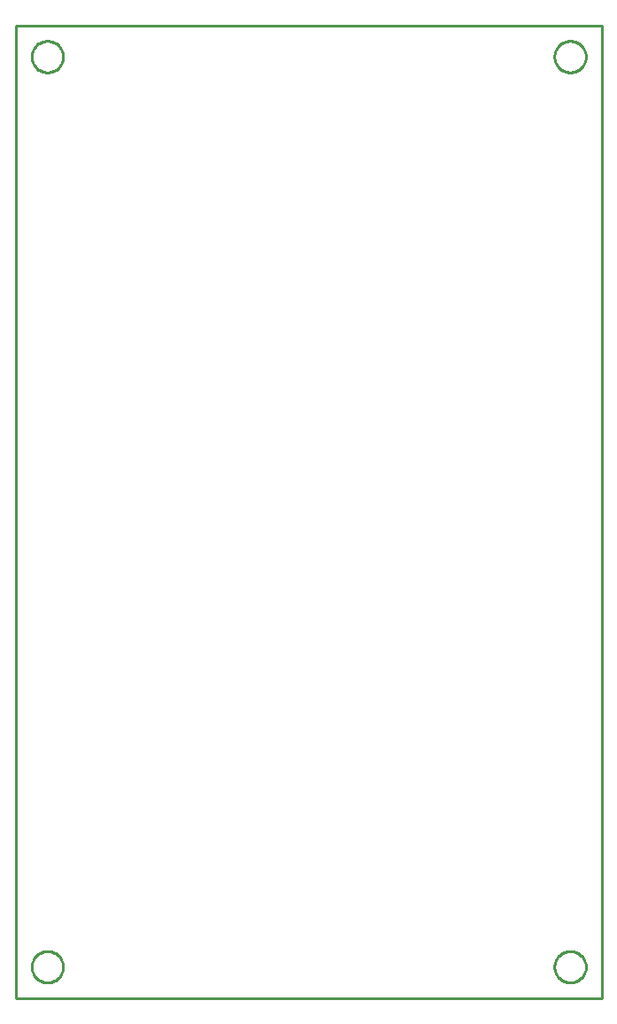
<source format=gbr>
G04 EAGLE Gerber RS-274X export*
G75*
%MOMM*%
%FSLAX34Y34*%
%LPD*%
%IN*%
%IPPOS*%
%AMOC8*
5,1,8,0,0,1.08239X$1,22.5*%
G01*
%ADD10C,0.254000*%


D10*
X-529Y318D02*
X559471Y318D01*
X559471Y930318D01*
X-529Y930318D01*
X-529Y318D01*
X44471Y899782D02*
X44395Y898714D01*
X44242Y897653D01*
X44015Y896606D01*
X43713Y895578D01*
X43338Y894574D01*
X42893Y893599D01*
X42380Y892659D01*
X41801Y891758D01*
X41158Y890900D01*
X40457Y890090D01*
X39699Y889333D01*
X38889Y888631D01*
X38032Y887989D01*
X37130Y887410D01*
X36190Y886896D01*
X35215Y886451D01*
X34211Y886077D01*
X33183Y885775D01*
X32136Y885547D01*
X31076Y885394D01*
X30007Y885318D01*
X28936Y885318D01*
X27867Y885394D01*
X26806Y885547D01*
X25759Y885775D01*
X24731Y886077D01*
X23727Y886451D01*
X22753Y886896D01*
X21812Y887410D01*
X20911Y887989D01*
X20053Y888631D01*
X19244Y889333D01*
X18486Y890090D01*
X17784Y890900D01*
X17142Y891758D01*
X16563Y892659D01*
X16049Y893599D01*
X15604Y894574D01*
X15230Y895578D01*
X14928Y896606D01*
X14700Y897653D01*
X14548Y898714D01*
X14471Y899782D01*
X14471Y900854D01*
X14548Y901922D01*
X14700Y902983D01*
X14928Y904030D01*
X15230Y905058D01*
X15604Y906062D01*
X16049Y907037D01*
X16563Y907977D01*
X17142Y908878D01*
X17784Y909736D01*
X18486Y910546D01*
X19244Y911303D01*
X20053Y912005D01*
X20911Y912647D01*
X21812Y913226D01*
X22753Y913740D01*
X23727Y914185D01*
X24731Y914559D01*
X25759Y914861D01*
X26806Y915089D01*
X27867Y915242D01*
X28936Y915318D01*
X30007Y915318D01*
X31076Y915242D01*
X32136Y915089D01*
X33183Y914861D01*
X34211Y914559D01*
X35215Y914185D01*
X36190Y913740D01*
X37130Y913226D01*
X38032Y912647D01*
X38889Y912005D01*
X39699Y911303D01*
X40457Y910546D01*
X41158Y909736D01*
X41801Y908878D01*
X42380Y907977D01*
X42893Y907037D01*
X43338Y906062D01*
X43713Y905058D01*
X44015Y904030D01*
X44242Y902983D01*
X44395Y901922D01*
X44471Y900854D01*
X44471Y899782D01*
X544471Y899782D02*
X544395Y898714D01*
X544242Y897653D01*
X544015Y896606D01*
X543713Y895578D01*
X543338Y894574D01*
X542893Y893599D01*
X542380Y892659D01*
X541801Y891758D01*
X541158Y890900D01*
X540457Y890090D01*
X539699Y889333D01*
X538889Y888631D01*
X538032Y887989D01*
X537130Y887410D01*
X536190Y886896D01*
X535215Y886451D01*
X534211Y886077D01*
X533183Y885775D01*
X532136Y885547D01*
X531076Y885394D01*
X530007Y885318D01*
X528936Y885318D01*
X527867Y885394D01*
X526806Y885547D01*
X525759Y885775D01*
X524731Y886077D01*
X523727Y886451D01*
X522753Y886896D01*
X521812Y887410D01*
X520911Y887989D01*
X520053Y888631D01*
X519244Y889333D01*
X518486Y890090D01*
X517784Y890900D01*
X517142Y891758D01*
X516563Y892659D01*
X516049Y893599D01*
X515604Y894574D01*
X515230Y895578D01*
X514928Y896606D01*
X514700Y897653D01*
X514548Y898714D01*
X514471Y899782D01*
X514471Y900854D01*
X514548Y901922D01*
X514700Y902983D01*
X514928Y904030D01*
X515230Y905058D01*
X515604Y906062D01*
X516049Y907037D01*
X516563Y907977D01*
X517142Y908878D01*
X517784Y909736D01*
X518486Y910546D01*
X519244Y911303D01*
X520053Y912005D01*
X520911Y912647D01*
X521812Y913226D01*
X522753Y913740D01*
X523727Y914185D01*
X524731Y914559D01*
X525759Y914861D01*
X526806Y915089D01*
X527867Y915242D01*
X528936Y915318D01*
X530007Y915318D01*
X531076Y915242D01*
X532136Y915089D01*
X533183Y914861D01*
X534211Y914559D01*
X535215Y914185D01*
X536190Y913740D01*
X537130Y913226D01*
X538032Y912647D01*
X538889Y912005D01*
X539699Y911303D01*
X540457Y910546D01*
X541158Y909736D01*
X541801Y908878D01*
X542380Y907977D01*
X542893Y907037D01*
X543338Y906062D01*
X543713Y905058D01*
X544015Y904030D01*
X544242Y902983D01*
X544395Y901922D01*
X544471Y900854D01*
X544471Y899782D01*
X544471Y29782D02*
X544395Y28714D01*
X544242Y27653D01*
X544015Y26606D01*
X543713Y25578D01*
X543338Y24574D01*
X542893Y23599D01*
X542380Y22659D01*
X541801Y21758D01*
X541158Y20900D01*
X540457Y20090D01*
X539699Y19333D01*
X538889Y18631D01*
X538032Y17989D01*
X537130Y17410D01*
X536190Y16896D01*
X535215Y16451D01*
X534211Y16077D01*
X533183Y15775D01*
X532136Y15547D01*
X531076Y15394D01*
X530007Y15318D01*
X528936Y15318D01*
X527867Y15394D01*
X526806Y15547D01*
X525759Y15775D01*
X524731Y16077D01*
X523727Y16451D01*
X522753Y16896D01*
X521812Y17410D01*
X520911Y17989D01*
X520053Y18631D01*
X519244Y19333D01*
X518486Y20090D01*
X517784Y20900D01*
X517142Y21758D01*
X516563Y22659D01*
X516049Y23599D01*
X515604Y24574D01*
X515230Y25578D01*
X514928Y26606D01*
X514700Y27653D01*
X514548Y28714D01*
X514471Y29782D01*
X514471Y30854D01*
X514548Y31922D01*
X514700Y32983D01*
X514928Y34030D01*
X515230Y35058D01*
X515604Y36062D01*
X516049Y37037D01*
X516563Y37977D01*
X517142Y38878D01*
X517784Y39736D01*
X518486Y40546D01*
X519244Y41303D01*
X520053Y42005D01*
X520911Y42647D01*
X521812Y43226D01*
X522753Y43740D01*
X523727Y44185D01*
X524731Y44559D01*
X525759Y44861D01*
X526806Y45089D01*
X527867Y45242D01*
X528936Y45318D01*
X530007Y45318D01*
X531076Y45242D01*
X532136Y45089D01*
X533183Y44861D01*
X534211Y44559D01*
X535215Y44185D01*
X536190Y43740D01*
X537130Y43226D01*
X538032Y42647D01*
X538889Y42005D01*
X539699Y41303D01*
X540457Y40546D01*
X541158Y39736D01*
X541801Y38878D01*
X542380Y37977D01*
X542893Y37037D01*
X543338Y36062D01*
X543713Y35058D01*
X544015Y34030D01*
X544242Y32983D01*
X544395Y31922D01*
X544471Y30854D01*
X544471Y29782D01*
X44471Y29782D02*
X44395Y28714D01*
X44242Y27653D01*
X44015Y26606D01*
X43713Y25578D01*
X43338Y24574D01*
X42893Y23599D01*
X42380Y22659D01*
X41801Y21758D01*
X41158Y20900D01*
X40457Y20090D01*
X39699Y19333D01*
X38889Y18631D01*
X38032Y17989D01*
X37130Y17410D01*
X36190Y16896D01*
X35215Y16451D01*
X34211Y16077D01*
X33183Y15775D01*
X32136Y15547D01*
X31076Y15394D01*
X30007Y15318D01*
X28936Y15318D01*
X27867Y15394D01*
X26806Y15547D01*
X25759Y15775D01*
X24731Y16077D01*
X23727Y16451D01*
X22753Y16896D01*
X21812Y17410D01*
X20911Y17989D01*
X20053Y18631D01*
X19244Y19333D01*
X18486Y20090D01*
X17784Y20900D01*
X17142Y21758D01*
X16563Y22659D01*
X16049Y23599D01*
X15604Y24574D01*
X15230Y25578D01*
X14928Y26606D01*
X14700Y27653D01*
X14548Y28714D01*
X14471Y29782D01*
X14471Y30854D01*
X14548Y31922D01*
X14700Y32983D01*
X14928Y34030D01*
X15230Y35058D01*
X15604Y36062D01*
X16049Y37037D01*
X16563Y37977D01*
X17142Y38878D01*
X17784Y39736D01*
X18486Y40546D01*
X19244Y41303D01*
X20053Y42005D01*
X20911Y42647D01*
X21812Y43226D01*
X22753Y43740D01*
X23727Y44185D01*
X24731Y44559D01*
X25759Y44861D01*
X26806Y45089D01*
X27867Y45242D01*
X28936Y45318D01*
X30007Y45318D01*
X31076Y45242D01*
X32136Y45089D01*
X33183Y44861D01*
X34211Y44559D01*
X35215Y44185D01*
X36190Y43740D01*
X37130Y43226D01*
X38032Y42647D01*
X38889Y42005D01*
X39699Y41303D01*
X40457Y40546D01*
X41158Y39736D01*
X41801Y38878D01*
X42380Y37977D01*
X42893Y37037D01*
X43338Y36062D01*
X43713Y35058D01*
X44015Y34030D01*
X44242Y32983D01*
X44395Y31922D01*
X44471Y30854D01*
X44471Y29782D01*
M02*

</source>
